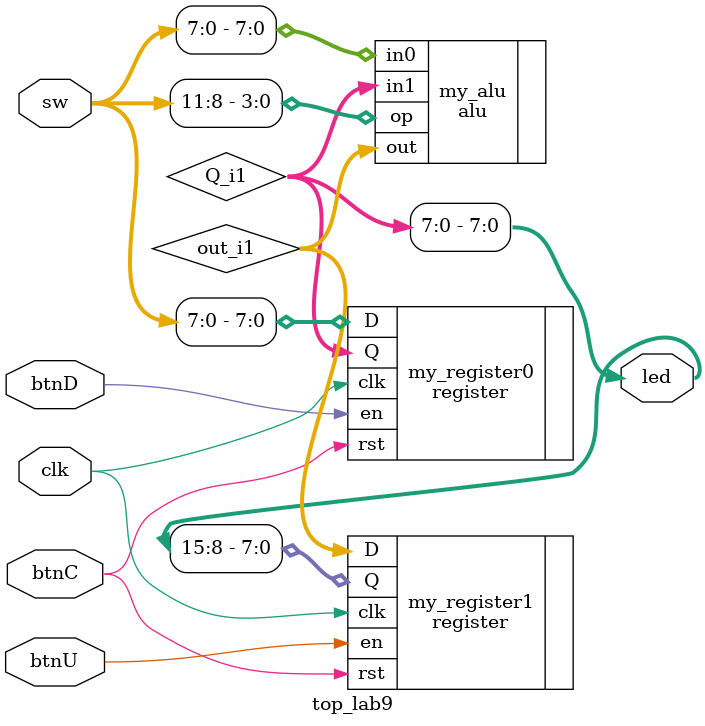
<source format=sv>
`timescale 1ns / 1ps


module top_lab9(
    input btnU,
    input btnD,
    input [11:0] sw,
    input clk,
    input btnC,
    output [15:0] led
    );
    
    wire [7:0] Q_i1, out_i1;
    
register #(.N(8)) my_register0(
    .D(sw[7:0]),
    .clk(clk),
    .en(btnD),
    .rst(btnC),
    .Q(Q_i1)
    );  
    
assign led[7:0] = Q_i1;

alu #(.N(8)) my_alu(
    .in0(sw[7:0]),
    .in1(Q_i1),
    .op(sw[11:8]),
    .out(out_i1)
    );
    
register #(.N(8)) my_register1(
    .D(out_i1),
    .clk(clk),
    .en(btnU),
    .rst(btnC),
    .Q(led[15:8])
    ); 
      
endmodule

</source>
